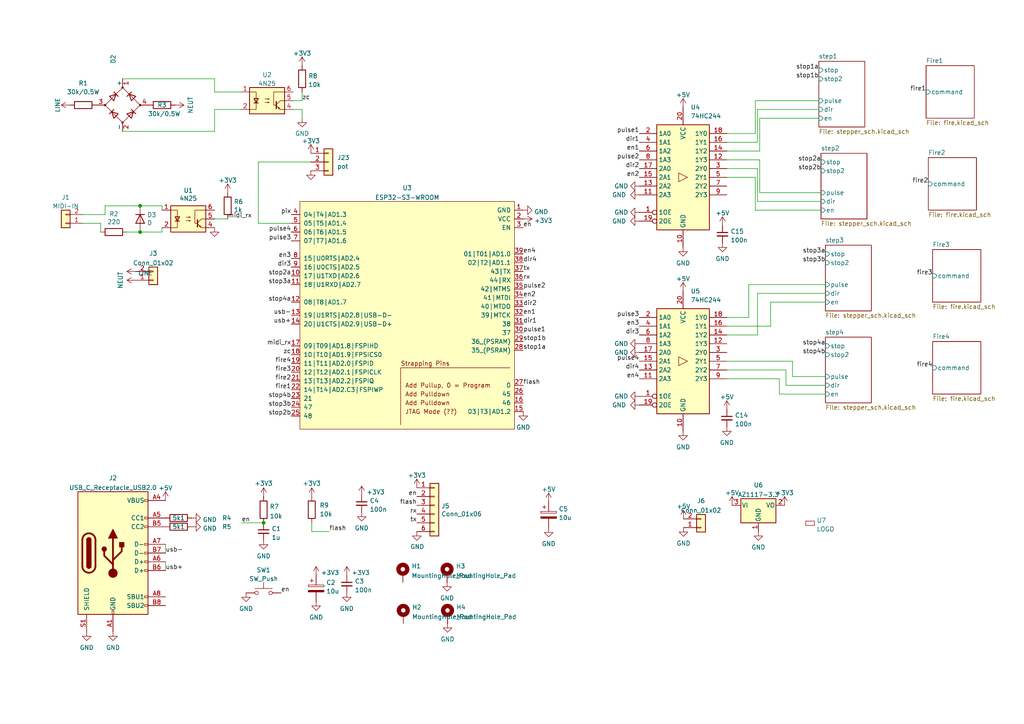
<source format=kicad_sch>
(kicad_sch (version 20230121) (generator eeschema)
  (paper "A4")
  (lib_symbols
    (symbol "0_aaaaa_yeah:R" (pin_numbers hide) (pin_names (offset 0))
      (property "Reference" "R" (at 2.032 0 90))
      (property "Value" "R" (at 0 0 90))
      (symbol "R_1_1"
        (pin passive line (at 0 3.81 270) (length 1.27) (name "~") (number "1"))
        (pin passive line (at 0 -3.81 90) (length 1.27) (name "~") (number "2"))
      )
    )
    (symbol "74xx:74HC244"
      (property "Reference" "U" (at -7.62 16.51 0))
      (property "Value" "74HC244" (at -7.62 -16.51 0))
      (symbol "74HC244_1_0"
        (pin input inverted (at -12.7 -10.16 0) (length 5.08) (name "1OE") (number "1"))
        (pin power_in line (at 0 -20.32 90) (length 5.08) (name "GND") (number "10"))
        (pin input line (at -12.7 -5.08 0) (length 5.08) (name "2A3") (number "11"))
        (pin tri_state line (at 12.7 5.08 180) (length 5.08) (name "1Y3") (number "12"))
        (pin input line (at -12.7 -2.54 0) (length 5.08) (name "2A2") (number "13"))
        (pin tri_state line (at 12.7 7.62 180) (length 5.08) (name "1Y2") (number "14"))
        (pin input line (at -12.7 0 0) (length 5.08) (name "2A1") (number "15"))
        (pin tri_state line (at 12.7 10.16 180) (length 5.08) (name "1Y1") (number "16"))
        (pin input line (at -12.7 2.54 0) (length 5.08) (name "2A0") (number "17"))
        (pin tri_state line (at 12.7 12.7 180) (length 5.08) (name "1Y0") (number "18"))
        (pin input inverted (at -12.7 -12.7 0) (length 5.08) (name "2OE") (number "19"))
        (pin input line (at -12.7 12.7 0) (length 5.08) (name "1A0") (number "2"))
        (pin power_in line (at 0 20.32 270) (length 5.08) (name "VCC") (number "20"))
        (pin tri_state line (at 12.7 2.54 180) (length 5.08) (name "2Y0") (number "3"))
        (pin input line (at -12.7 10.16 0) (length 5.08) (name "1A1") (number "4"))
        (pin tri_state line (at 12.7 0 180) (length 5.08) (name "2Y1") (number "5"))
        (pin input line (at -12.7 7.62 0) (length 5.08) (name "1A2") (number "6"))
        (pin tri_state line (at 12.7 -2.54 180) (length 5.08) (name "2Y2") (number "7"))
        (pin input line (at -12.7 5.08 0) (length 5.08) (name "1A3") (number "8"))
        (pin tri_state line (at 12.7 -5.08 180) (length 5.08) (name "2Y3") (number "9"))
      )
    )
    (symbol "AnymaLib-06:ESP32-S3-WROOM" (pin_names (offset 1.016))
      (property "Reference" "U" (at -29.21 -35.56 0))
      (property "Value" "ESP32-S3-WROOM" (at 0 34.29 0))
      (symbol "ESP32-S3-WROOM_0_0"
        (text "Add Pulldown" (at -1.27 -25.4 0) (effects (font (size 1.27 1.27)) (justify left)))
        (text "Add Pulldown" (at -1.27 -22.86 0) (effects (font (size 1.27 1.27)) (justify left)))
        (text "Add Pullup, 0 = Program" (at -1.27 -20.32 0) (effects (font (size 1.27 1.27)) (justify left)))
        (text "JTAG Mode (??)" (at -1.27 -27.94 0) (effects (font (size 1.27 1.27)) (justify left)))
        (text "Strapping Pins" (at -2.54 -13.97 0) (effects (font (size 1.27 1.27)) (justify left)))
      )
      (symbol "ESP32-S3-WROOM_1_1"
        (pin input line (at 33.02 30.48 180) (length 2.54) (name "GND") (number "1"))
        (pin input line (at -34.29 11.43 0) (length 2.54) (name "17|U1TXD|AD2.6") (number "10"))
        (pin input line (at -34.29 8.89 0) (length 2.54) (name "18|U1RXD|AD2.7") (number "11"))
        (pin input line (at -34.29 3.81 0) (length 2.54) (name "08|T8|AD1.7") (number "12"))
        (pin input line (at -34.29 0 0) (length 2.54) (name "19|U1RTS|AD2.8|USB-D-") (number "13"))
        (pin input line (at -34.29 -2.54 0) (length 2.54) (name "20|U1CTS|AD2.9|USB-D+") (number "14"))
        (pin input line (at 33.02 -27.94 180) (length 2.54) (name "03|T3|AD1.2") (number "15"))
        (pin input line (at 33.02 -25.4 180) (length 2.54) (name "46") (number "16"))
        (pin input line (at -34.29 -8.89 0) (length 2.54) (name "09|T09|AD1.8|FSPIHD") (number "17"))
        (pin input line (at -34.29 -11.43 0) (length 2.54) (name "10|T10|AD1.9|FPSICS0") (number "18"))
        (pin input line (at -34.29 -13.97 0) (length 2.54) (name "11|T11|AD2.0|FSPID") (number "19"))
        (pin input line (at 33.02 27.94 180) (length 2.54) (name "VCC") (number "2"))
        (pin input line (at -34.29 -16.51 0) (length 2.54) (name "12|T12|AD2.1|FSPICLK") (number "20"))
        (pin input line (at -34.29 -19.05 0) (length 2.54) (name "13|T13|AD2.2|FSPIQ") (number "21"))
        (pin input line (at -34.29 -21.59 0) (length 2.54) (name "14|T14|AD2.C3|FSPIWP") (number "22"))
        (pin input line (at -34.29 -24.13 0) (length 2.54) (name "21") (number "23"))
        (pin input line (at -34.29 -26.67 0) (length 2.54) (name "47") (number "24"))
        (pin input line (at -34.29 -29.21 0) (length 2.54) (name "48") (number "25"))
        (pin input line (at 33.02 -22.86 180) (length 2.54) (name "45") (number "26"))
        (pin input line (at 33.02 -20.32 180) (length 2.54) (name "0") (number "27"))
        (pin input line (at 33.02 -10.16 180) (length 2.54) (name "35_(PSRAM)") (number "28"))
        (pin input line (at 33.02 -7.62 180) (length 2.54) (name "36_(PSRAM)") (number "29"))
        (pin input line (at 33.02 25.4 180) (length 2.54) (name "EN") (number "3"))
        (pin input line (at 33.02 -5.08 180) (length 2.54) (name "37") (number "30"))
        (pin input line (at 33.02 -2.54 180) (length 2.54) (name "38") (number "31"))
        (pin input line (at 33.02 0 180) (length 2.54) (name "39|MTCK") (number "32"))
        (pin input line (at 33.02 2.54 180) (length 2.54) (name "40|MTDO") (number "33"))
        (pin input line (at 33.02 5.08 180) (length 2.54) (name "41|MTDI") (number "34"))
        (pin input line (at 33.02 7.62 180) (length 2.54) (name "42|MTMS") (number "35"))
        (pin input line (at 33.02 10.16 180) (length 2.54) (name "44|RX") (number "36"))
        (pin input line (at 33.02 12.7 180) (length 2.54) (name "43|TX") (number "37"))
        (pin input line (at 33.02 15.24 180) (length 2.54) (name "02|T2|AD1.1") (number "38"))
        (pin input line (at 33.02 17.78 180) (length 2.54) (name "01|T01|AD1.0") (number "39"))
        (pin input line (at -34.29 29.21 0) (length 2.54) (name "04|T4|AD1.3") (number "4"))
        (pin input line (at 33.02 30.48 180) (length 2.54) hide (name "GND") (number "40"))
        (pin input line (at 33.02 30.48 180) (length 2.54) hide (name "GND") (number "41"))
        (pin input line (at -34.29 26.67 0) (length 2.54) (name "05|T5|AD1.4") (number "5"))
        (pin input line (at -34.29 24.13 0) (length 2.54) (name "06|T6|AD1.5") (number "6"))
        (pin input line (at -34.29 21.59 0) (length 2.54) (name "07|T7|AD1.6") (number "7"))
        (pin input line (at -34.29 16.51 0) (length 2.54) (name "15|U0RTS|AD2.4") (number "8"))
        (pin input line (at -34.29 13.97 0) (length 2.54) (name "16|U0CTS|AD2.5") (number "9"))
      )
    )
    (symbol "Anyma_Library:LOGO" (pin_names (offset 1.016))
      (property "Reference" "U" (at 0 3.81 0))
      (property "Value" "LOGO" (at 0 0 0))
    )
    (symbol "Connector:USB_C_Receptacle_USB2.0" (pin_names (offset 1.016))
      (property "Reference" "J" (at -10.16 19.05 0))
      (property "Value" "USB_C_Receptacle_USB2.0" (at 19.05 19.05 0))
      (symbol "USB_C_Receptacle_USB2.0_1_1"
        (pin passive line (at 0 -22.86 90) (length 5.08) (name "GND") (number "A1"))
        (pin passive line (at 0 -22.86 90) (length 5.08) hide (name "GND") (number "A12"))
        (pin passive line (at 15.24 15.24 180) (length 5.08) (name "VBUS") (number "A4"))
        (pin bidirectional line (at 15.24 10.16 180) (length 5.08) (name "CC1") (number "A5"))
        (pin bidirectional line (at 15.24 -2.54 180) (length 5.08) (name "D+") (number "A6"))
        (pin bidirectional line (at 15.24 2.54 180) (length 5.08) (name "D-") (number "A7"))
        (pin bidirectional line (at 15.24 -12.7 180) (length 5.08) (name "SBU1") (number "A8"))
        (pin passive line (at 15.24 15.24 180) (length 5.08) hide (name "VBUS") (number "A9"))
        (pin passive line (at 0 -22.86 90) (length 5.08) hide (name "GND") (number "B1"))
        (pin passive line (at 0 -22.86 90) (length 5.08) hide (name "GND") (number "B12"))
        (pin passive line (at 15.24 15.24 180) (length 5.08) hide (name "VBUS") (number "B4"))
        (pin bidirectional line (at 15.24 7.62 180) (length 5.08) (name "CC2") (number "B5"))
        (pin bidirectional line (at 15.24 -5.08 180) (length 5.08) (name "D+") (number "B6"))
        (pin bidirectional line (at 15.24 0 180) (length 5.08) (name "D-") (number "B7"))
        (pin bidirectional line (at 15.24 -15.24 180) (length 5.08) (name "SBU2") (number "B8"))
        (pin passive line (at 15.24 15.24 180) (length 5.08) hide (name "VBUS") (number "B9"))
        (pin passive line (at -7.62 -22.86 90) (length 5.08) (name "SHIELD") (number "S1"))
      )
    )
    (symbol "Connector_Generic:Conn_01x02" (pin_names (offset 1.016) hide)
      (property "Reference" "J" (at 0 2.54 0))
      (property "Value" "Conn_01x02" (at 0 -5.08 0))
      (symbol "Conn_01x02_1_1"
        (pin passive line (at -5.08 0 0) (length 3.81) (name "Pin_1") (number "1"))
        (pin passive line (at -5.08 -2.54 0) (length 3.81) (name "Pin_2") (number "2"))
      )
    )
    (symbol "Connector_Generic:Conn_01x03" (pin_names (offset 1.016) hide)
      (property "Reference" "J" (at 0 5.08 0))
      (property "Value" "Conn_01x03" (at 0 -5.08 0))
      (symbol "Conn_01x03_1_1"
        (pin passive line (at -5.08 2.54 0) (length 3.81) (name "Pin_1") (number "1"))
        (pin passive line (at -5.08 0 0) (length 3.81) (name "Pin_2") (number "2"))
        (pin passive line (at -5.08 -2.54 0) (length 3.81) (name "Pin_3") (number "3"))
      )
    )
    (symbol "Connector_Generic:Conn_01x06" (pin_names (offset 1.016) hide)
      (property "Reference" "J" (at 0 7.62 0))
      (property "Value" "Conn_01x06" (at 0 -10.16 0))
      (symbol "Conn_01x06_1_1"
        (pin passive line (at -5.08 5.08 0) (length 3.81) (name "Pin_1") (number "1"))
        (pin passive line (at -5.08 2.54 0) (length 3.81) (name "Pin_2") (number "2"))
        (pin passive line (at -5.08 0 0) (length 3.81) (name "Pin_3") (number "3"))
        (pin passive line (at -5.08 -2.54 0) (length 3.81) (name "Pin_4") (number "4"))
        (pin passive line (at -5.08 -5.08 0) (length 3.81) (name "Pin_5") (number "5"))
        (pin passive line (at -5.08 -7.62 0) (length 3.81) (name "Pin_6") (number "6"))
      )
    )
    (symbol "Device:D" (pin_numbers hide) (pin_names (offset 1.016) hide)
      (property "Reference" "D" (at 0 2.54 0))
      (property "Value" "D" (at 0 -2.54 0))
      (symbol "D_1_1"
        (pin passive line (at -3.81 0 0) (length 2.54) (name "K") (number "1"))
        (pin passive line (at 3.81 0 180) (length 2.54) (name "A") (number "2"))
      )
    )
    (symbol "Device:D_Bridge_+-AA" (pin_names (offset 0))
      (property "Reference" "D" (at 2.54 6.985 0))
      (property "Value" "D_Bridge_+-AA" (at 2.54 5.08 0))
      (symbol "D_Bridge_+-AA_1_1"
        (pin passive line (at 7.62 0 180) (length 2.54) (name "+") (number "1"))
        (pin passive line (at -7.62 0 0) (length 2.54) (name "-") (number "2"))
        (pin passive line (at 0 7.62 270) (length 2.54) (name "~") (number "3"))
        (pin passive line (at 0 -7.62 90) (length 2.54) (name "~") (number "4"))
      )
    )
    (symbol "Device:R" (pin_numbers hide) (pin_names (offset 0))
      (property "Reference" "R" (at 2.032 0 90))
      (property "Value" "R" (at 0 0 90))
      (symbol "R_1_1"
        (pin passive line (at 0 3.81 270) (length 1.27) (name "~") (number "1"))
        (pin passive line (at 0 -3.81 90) (length 1.27) (name "~") (number "2"))
      )
    )
    (symbol "Isolator:4N25" (pin_names (offset 1.016))
      (property "Reference" "U" (at -5.08 5.08 0))
      (property "Value" "4N25" (at 0 5.08 0))
      (symbol "4N25_1_1"
        (pin passive line (at -7.62 2.54 0) (length 2.54) (name "~") (number "1"))
        (pin passive line (at -7.62 -2.54 0) (length 2.54) (name "~") (number "2"))
        (pin no_connect line (at -5.08 0 0) (length 2.54) hide (name "NC") (number "3"))
        (pin passive line (at 7.62 -2.54 180) (length 2.54) (name "~") (number "4"))
        (pin passive line (at 7.62 0 180) (length 2.54) (name "~") (number "5"))
        (pin passive line (at 7.62 2.54 180) (length 2.54) (name "~") (number "6"))
      )
    )
    (symbol "Mechanical:MountingHole_Pad" (pin_numbers hide) (pin_names (offset 1.016) hide)
      (property "Reference" "H" (at 0 6.35 0))
      (property "Value" "MountingHole_Pad" (at 0 4.445 0))
      (symbol "MountingHole_Pad_1_1"
        (pin input line (at 0 -2.54 90) (length 2.54) (name "1") (number "1"))
      )
    )
    (symbol "Regulator_Linear:AZ1117-3.3" (pin_names (offset 0.254))
      (property "Reference" "U" (at -3.81 3.175 0))
      (property "Value" "AZ1117-3.3" (at 0 3.175 0))
      (symbol "AZ1117-3.3_1_1"
        (pin power_in line (at 0 -7.62 90) (length 2.54) (name "GND") (number "1"))
        (pin power_out line (at 7.62 0 180) (length 2.54) (name "VO") (number "2"))
        (pin power_in line (at -7.62 0 0) (length 2.54) (name "VI") (number "3"))
      )
    )
    (symbol "nime2020-library:+3V3" (power) (pin_names (offset 0))
      (property "Value" "+3V3" (at 0 3.556 0))
      (symbol "+3V3_1_1"
        (pin power_in line (at 0 0 90) (length 0) hide (name "+3V3") (number "1"))
      )
    )
    (symbol "nime2020-library:CP" (pin_numbers hide) (pin_names (offset 0.254))
      (property "Reference" "C" (at 0.635 2.54 0))
      (property "Value" "CP" (at 0.635 -2.54 0))
      (symbol "CP_1_1"
        (pin passive line (at 0 3.81 270) (length 2.794) (name "~") (number "1"))
        (pin passive line (at 0 -3.81 90) (length 2.794) (name "~") (number "2"))
      )
    )
    (symbol "nime2020-library:SW_Push" (pin_numbers hide) (pin_names (offset 1.016) hide)
      (property "Reference" "SW" (at 1.27 2.54 0))
      (property "Value" "SW_Push" (at 0 -1.524 0))
      (symbol "SW_Push_0_1"
        (pin passive line (at -5.08 0 0) (length 2.54) (name "1") (number "1"))
        (pin passive line (at 5.08 0 180) (length 2.54) (name "2") (number "2"))
      )
    )
    (symbol "power:+3V3" (power) (pin_names (offset 0))
      (property "Value" "+3V3" (at 0 3.556 0))
      (symbol "+3V3_1_1"
        (pin power_in line (at 0 0 90) (length 0) hide (name "+3V3") (number "1"))
      )
    )
    (symbol "power:+5V" (power) (pin_names (offset 0))
      (property "Value" "+5V" (at 0 3.556 0))
      (symbol "+5V_1_1"
        (pin power_in line (at 0 0 90) (length 0) hide (name "+5V") (number "1"))
      )
    )
    (symbol "power:GND" (power) (pin_names (offset 0))
      (property "Value" "GND" (at 0 -3.81 0))
      (symbol "GND_1_1"
        (pin power_in line (at 0 0 270) (length 0) hide (name "GND") (number "1"))
      )
    )
    (symbol "power:LINE" (power) (pin_names (offset 0))
      (property "Value" "LINE" (at 0 3.81 0))
      (symbol "LINE_1_1"
        (pin power_in line (at 0 0 90) (length 0) hide (name "LINE") (number "1"))
      )
    )
    (symbol "power:NEUT" (power) (pin_names (offset 0))
      (property "Value" "NEUT" (at 0 3.81 0))
      (symbol "NEUT_1_1"
        (pin power_in line (at 0 0 90) (length 0) hide (name "NEUT") (number "1"))
      )
    )
    (symbol "synkie_symbols:C_Small" (pin_numbers hide) (pin_names (offset 0.254) hide)
      (property "Reference" "C" (at 0.254 1.778 0))
      (property "Value" "C_Small" (at 0.254 -2.032 0))
      (symbol "C_Small_1_1"
        (pin passive line (at 0 2.54 270) (length 2.032) (name "~") (number "1"))
        (pin passive line (at 0 -2.54 90) (length 2.032) (name "~") (number "2"))
      )
    )
    (symbol "synkie_symbols:SK6812MINI" (pin_names (offset 0.254))
      (property "Reference" "D" (at 5.08 5.715 0))
      (property "Value" "SK6812MINI" (at 1.27 -5.715 0))
      (symbol "SK6812MINI_0_0"
        (text "RGB" (at 2.286 -4.191 0) (effects (font (size 0.762 0.762))))
      )
      (symbol "SK6812MINI_1_1"
        (pin output line (at 7.62 0 180) (length 2.54) (name "DOUT") (number "1"))
        (pin power_in line (at 0 -7.62 90) (length 2.54) (name "VSS") (number "2"))
        (pin input line (at -7.62 0 0) (length 2.54) (name "DIN") (number "3"))
        (pin power_in line (at 0 7.62 270) (length 2.54) (name "VDD") (number "4"))
      )
    )
  )
  (junction (at 76.454 151.638))
  (junction (at 40.64 67.31))
  (junction (at 40.64 59.69))
  (wire (pts (xy 85.09 29.21) (xy 87.63 29.21)))
  (wire (pts (xy 210.82 94.615) (xy 223.52 94.615)))
  (wire (pts (xy 24.13 62.23) (xy 30.48 62.23)))
  (wire (pts (xy 219.71 97.155) (xy 210.82 97.155)))
  (wire (pts (xy 87.63 31.75) (xy 87.63 34.29)))
  (wire (pts (xy 220.345 46.355) (xy 210.82 46.355)))
  (wire (pts (xy 219.075 51.435) (xy 219.075 60.96)))
  (wire (pts (xy 210.82 43.815) (xy 220.345 43.815)))
  (wire (pts (xy 40.64 59.69) (xy 46.99 59.69)))
  (wire (pts (xy 223.52 87.63) (xy 239.395 87.63)))
  (wire (pts (xy 40.64 67.31) (xy 46.99 67.31)))
  (wire (pts (xy 210.82 51.435) (xy 219.075 51.435)))
  (wire (pts (xy 62.23 26.67) (xy 69.85 26.67)))
  (wire (pts (xy 74.93 64.77) (xy 84.455 64.77)))
  (wire (pts (xy 90.424 154.178) (xy 90.424 151.638)))
  (wire (pts (xy 220.345 43.815) (xy 220.345 34.29)))
  (wire (pts (xy 219.075 38.735) (xy 210.82 38.735)))
  (wire (pts (xy 35.56 22.86) (xy 62.23 22.86)))
  (wire (pts (xy 46.99 67.31) (xy 46.99 66.04)))
  (wire (pts (xy 210.82 48.895) (xy 219.71 48.895)))
  (wire (pts (xy 24.13 64.77) (xy 29.21 64.77)))
  (wire (pts (xy 29.21 64.77) (xy 29.21 67.31)))
  (wire (pts (xy 219.71 85.09) (xy 219.71 97.155)))
  (wire (pts (xy 229.87 104.775) (xy 229.87 109.22)))
  (wire (pts (xy 219.71 58.42) (xy 238.125 58.42)))
  (wire (pts (xy 237.49 29.21) (xy 219.075 29.21)))
  (wire (pts (xy 219.71 31.75) (xy 237.49 31.75)))
  (wire (pts (xy 30.48 59.69) (xy 40.64 59.69)))
  (wire (pts (xy 35.56 38.1) (xy 62.23 38.1)))
  (wire (pts (xy 46.99 59.69) (xy 46.99 60.96)))
  (wire (pts (xy 85.09 31.75) (xy 87.63 31.75)))
  (wire (pts (xy 219.075 29.21) (xy 219.075 38.735)))
  (wire (pts (xy -375.92 139.7) (xy -375.92 -246.38)))
  (wire (pts (xy 74.93 46.99) (xy 74.93 64.77)))
  (wire (pts (xy 229.87 109.22) (xy 239.395 109.22)))
  (wire (pts (xy 210.82 41.275) (xy 219.71 41.275)))
  (wire (pts (xy 220.345 55.88) (xy 220.345 46.355)))
  (wire (pts (xy 210.82 104.775) (xy 229.87 104.775)))
  (wire (pts (xy 217.17 92.075) (xy 217.17 82.55)))
  (wire (pts (xy 30.48 62.23) (xy 30.48 59.69)))
  (wire (pts (xy 210.82 109.855) (xy 226.06 109.855)))
  (wire (pts (xy 210.82 107.315) (xy 227.965 107.315)))
  (wire (pts (xy 226.06 109.855) (xy 226.06 114.3)))
  (wire (pts (xy 90.17 46.99) (xy 74.93 46.99)))
  (wire (pts (xy 226.06 114.3) (xy 239.395 114.3)))
  (wire (pts (xy 227.965 111.76) (xy 239.395 111.76)))
  (wire (pts (xy 79.375 -20.32) (xy 88.9 -20.32)))
  (wire (pts (xy 87.63 29.21) (xy 87.63 26.67)))
  (wire (pts (xy 48.006 162.941) (xy 48.006 165.481)))
  (wire (pts (xy 62.23 63.5) (xy 66.04 63.5)))
  (wire (pts (xy 62.23 26.67) (xy 62.23 22.86)))
  (wire (pts (xy 238.125 55.88) (xy 220.345 55.88)))
  (wire (pts (xy 62.23 38.1) (xy 62.23 31.75)))
  (wire (pts (xy 227.965 107.315) (xy 227.965 111.76)))
  (wire (pts (xy 48.006 157.861) (xy 48.006 160.401)))
  (wire (pts (xy 62.23 31.75) (xy 69.85 31.75)))
  (wire (pts (xy 36.83 67.31) (xy 40.64 67.31)))
  (wire (pts (xy 220.345 34.29) (xy 237.49 34.29)))
  (wire (pts (xy 219.075 60.96) (xy 238.125 60.96)))
  (wire (pts (xy 219.71 41.275) (xy 219.71 31.75)))
  (wire (pts (xy 95.504 154.178) (xy 90.424 154.178)))
  (wire (pts (xy 70.104 151.638) (xy 76.454 151.638)))
  (wire (pts (xy 217.17 82.55) (xy 239.395 82.55)))
  (wire (pts (xy -375.92 -246.38) (xy -337.82 -246.38)))
  (wire (pts (xy 219.71 48.895) (xy 219.71 58.42)))
  (wire (pts (xy 223.52 94.615) (xy 223.52 87.63)))
  (wire (pts (xy 219.71 85.09) (xy 239.395 85.09)))
  (wire (pts (xy 210.82 92.075) (xy 217.17 92.075)))
  (label "stop1a" (at 237.49 20.32 180))
  (label "flash" (at 120.904 146.558 180))
  (label "en" (at 70.104 151.638 0))
  (label "rx" (at 151.765 81.28 0))
  (label "pix" (at 84.455 62.23 180))
  (label "en2" (at 151.765 86.36 0))
  (label "fire4" (at 270.51 106.68 180))
  (label "flash" (at 95.504 154.178 0))
  (label "en1" (at 185.42 43.815 180))
  (label "usb-" (at 48.006 160.401 0))
  (label "dir4" (at 185.42 107.315 180))
  (label "dir4" (at 151.765 76.2 0))
  (label "stop4a" (at 84.455 87.63 180))
  (label "stop4b" (at 239.395 102.87 180))
  (label "dir3" (at 185.42 97.155 180))
  (label "stop2b" (at 84.455 120.65 180))
  (label "dir2" (at 151.765 88.9 0))
  (label "fire2" (at 84.455 110.49 180))
  (label "dir1" (at 151.765 93.98 0))
  (label "zc" (at 87.63 29.21 0))
  (label "pulse2" (at 185.42 46.355 180))
  (label "en3" (at 185.42 94.615 180))
  (label "en1" (at 151.765 91.44 0))
  (label "flash" (at 151.765 111.76 0))
  (label "stop2a" (at 84.455 80.01 180))
  (label "stop1b" (at 151.765 99.06 0))
  (label "stop3b" (at 84.455 118.11 180))
  (label "en" (at 151.765 66.04 0))
  (label "en2" (at 185.42 51.435 180))
  (label "stop4a" (at 239.395 100.33 180))
  (label "stop3a" (at 84.455 82.55 180))
  (label "pulse1" (at 185.42 38.735 180))
  (label "fire1" (at 268.605 26.67 180))
  (label "stop3b" (at 239.395 76.2 180))
  (label "en" (at 81.534 171.958 0))
  (label "tx" (at 151.765 78.74 0))
  (label "usb+" (at 84.455 93.98 180))
  (label "stop3a" (at 239.395 73.66 180))
  (label "fire3" (at 270.51 80.01 180))
  (label "fire2" (at 269.24 53.34 180))
  (label "usb-" (at 84.455 91.44 180))
  (label "tx" (at 120.904 151.638 180))
  (label "pix" (at 18.415 -20.32 180))
  (label "usb+" (at 48.006 165.481 0))
  (label "en4" (at 151.765 73.66 0))
  (label "en" (at 120.904 144.018 180))
  (label "stop1b" (at 237.49 22.86 180))
  (label "dir2" (at 185.42 48.895 180))
  (label "pulse1" (at 151.765 96.52 0))
  (label "pulse3" (at 84.455 69.85 180))
  (label "fire1" (at 84.455 113.03 180))
  (label "stop1a" (at 151.765 101.6 0))
  (label "stop4b" (at 84.455 115.57 180))
  (label "fire4" (at 84.455 105.41 180))
  (label "stop2a" (at 238.125 46.99 180))
  (label "zc" (at 84.455 102.87 180))
  (label "pulse3" (at 185.42 92.075 180))
  (label "en3" (at 84.455 74.93 180))
  (label "dir3" (at 84.455 77.47 180))
  (label "pulse4" (at 84.455 67.31 180))
  (label "pulse2" (at 151.765 83.82 0))
  (label "dir1" (at 185.42 41.275 180))
  (label "midi_rx" (at 66.04 63.5 0))
  (label "pulse4" (at 185.42 104.775 180))
  (label "rx" (at 120.904 149.098 180))
  (label "stop2b" (at 238.125 49.53 180))
  (label "fire3" (at 84.455 107.95 180))
  (label "en4" (at 185.42 109.855 180))
  (label "midi_rx" (at 84.455 100.33 180))
  (symbol (lib_id "Device:D") (at 40.64 63.5 270) (unit 1)
    (property "Reference" "D3" (at 42.6466 62.3316 90) (effects (justify left)))
    (property "Value" "D" (at 42.6466 64.643 90) (effects (justify left)))
    (property "Footprint" "Diode_SMD:D_MiniMELF" (effects hide))
  )
  (symbol (lib_id "Device:R") (at 33.02 67.31 270) (unit 1)
    (property "Reference" "R2" (at 33.02 62.0522 90))
    (property "Value" "220" (at 33.02 64.3636 90))
    (property "Footprint" "synkie_footprints:R_0805_2012Metric_Pad1.15x1.40mm_HandSolder" (effects hide))
  )
  (symbol (lib_id "Isolator:4N25") (at 54.61 63.5 0) (unit 1)
    (property "Reference" "U1" (at 54.61 55.245 0))
    (property "Value" "4N25" (at 54.61 57.5564 0))
    (property "Footprint" "Package_DIP:DIP-6_W8.89mm_SMDSocket_LongPads" (effects hide))
    (property "Datasheet" "https://www.vishay.com/docs/83725/4n25.pdf" (effects hide))
  )
  (symbol (lib_id "Device:R") (at 66.04 59.69 180) (unit 1)
    (property "Reference" "R6" (at 67.818 58.5216 0) (effects (justify right)))
    (property "Value" "1k" (at 67.818 60.833 0) (effects (justify right)))
    (property "Footprint" "synkie_footprints:R_0805_2012Metric_Pad1.15x1.40mm_HandSolder" (effects hide))
  )
  (symbol (lib_id "power:GND") (at 62.23 66.04 0) (unit 1)
    (property "Reference" "#PWR016" (effects hide))
    (property "Value" "GND" (effects hide))
  )
  (symbol (lib_id "power:GND") (at 71.755 -12.7 0) (unit 1)
    (property "Reference" "#PWR020" (effects hide))
    (property "Value" "GND" (at 73.66 -10.951 0) (effects (justify left)))
  )
  (symbol (lib_id "power:+3V3") (at 104.902 143.51 0) (unit 1)
    (property "Reference" "#PWR032" (effects hide))
    (property "Value" "+3V3" (at 106.299 142.719 0) (effects (justify left)))
  )
  (symbol (lib_id "power:GND") (at 185.42 61.595 270) (unit 1)
    (property "Reference" "#PWR045" (effects hide))
    (property "Value" "GND" (at 182.245 61.595 90) (effects (justify right)))
  )
  (symbol (lib_id "power:+3V3") (at 227.584 146.558 0) (unit 1)
    (property "Reference" "#PWR059" (effects hide))
    (property "Value" "+3V3" (at 227.584 142.9535 0))
  )
  (symbol (lib_id "power:+5V") (at 198.247 150.495 0) (unit 1)
    (property "Reference" "#PWR055" (effects hide))
    (property "Value" "+5V" (at 198.247 146.8905 0))
  )
  (symbol (lib_id "power:LINE") (at 39.37 78.74 90) (unit 1)
    (property "Reference" "#PWR06" (effects hide))
    (property "Value" "LINE" (at 40.005 79.1738 90) (effects (justify right)))
  )
  (symbol (lib_id "power:GND") (at 25.146 183.261 0) (unit 1)
    (property "Reference" "#PWR02" (effects hide))
    (property "Value" "GND" (at 25.146 187.8235 0))
  )
  (symbol (lib_id "power:+5V") (at 48.006 145.161 0) (unit 1)
    (property "Reference" "#PWR010" (effects hide))
    (property "Value" "+5V" (at 48.006 141.5565 0))
  )
  (symbol (lib_id "power:GND") (at 219.964 154.178 0) (unit 1)
    (property "Reference" "#PWR058" (effects hide))
    (property "Value" "GND" (at 219.964 158.7405 0))
  )
  (symbol (lib_id "power:GND") (at 55.626 150.241 90) (unit 1)
    (property "Reference" "#PWR012" (effects hide))
    (property "Value" "GND" (at 58.801 150.72 90) (effects (justify right)))
  )
  (symbol (lib_id "power:+3V3") (at 91.694 166.878 0) (unit 1)
    (property "Reference" "#PWR028" (effects hide))
    (property "Value" "+3V3" (at 93.091 166.087 0) (effects (justify left)))
  )
  (symbol (lib_id "Connector_Generic:Conn_01x03") (at 95.25 46.99 0) (unit 1)
    (property "Reference" "J23" (at 97.79 45.72 0) (effects (justify left)))
    (property "Value" "pot" (at 97.79 48.26 0) (effects (justify left)))
    (property "Footprint" "Connector_PinHeader_2.54mm:PinHeader_1x03_P2.54mm_Vertical" (effects hide))
  )
  (symbol (lib_id "power:GND") (at 90.17 49.53 0) (unit 1)
    (property "Reference" "#PWR0121" (effects hide))
    (property "Value" "GND" (effects hide))
  )
  (symbol (lib_id "power:GND") (at 56.515 -12.7 0) (unit 1)
    (property "Reference" "#PWR015" (effects hide))
    (property "Value" "GND" (at 58.42 -10.951 0) (effects (justify left)))
  )
  (symbol (lib_id "power:+3V3") (at 151.765 63.5 270) (unit 1)
    (property "Reference" "#PWR039" (effects hide))
    (property "Value" "+3V3" (at 154.94 63.979 90) (effects (justify left)))
  )
  (symbol (lib_id "synkie_symbols:C_Small") (at 100.584 169.418 0) (unit 1)
    (property "Reference" "C3" (at 102.9081 168.5896 0) (effects (justify left)))
    (property "Value" "100n" (at 102.9081 171.1265 0) (effects (justify left)))
    (property "Footprint" "synkie_footprints:C_0603_1608Metric_Pad1.05x0.95mm_HandSolder" (effects hide))
  )
  (symbol (lib_id "power:+5V") (at 212.344 146.558 0) (unit 1)
    (property "Reference" "#PWR057" (effects hide))
    (property "Value" "+5V" (at 212.344 142.9535 0))
  )
  (symbol (lib_id "power:GND") (at 151.765 60.96 90) (unit 1)
    (property "Reference" "#PWR038" (effects hide))
    (property "Value" "GND" (at 154.94 61.439 90) (effects (justify right)))
  )
  (symbol (lib_id "nime2020-library:CP") (at 91.694 170.688 0) (unit 1)
    (property "Reference" "C2" (at 94.615 168.9643 0) (effects (justify left)))
    (property "Value" "10u" (at 94.615 171.5012 0) (effects (justify left)))
    (property "Footprint" "synkie_footprints:C_1206_3216Metric_Pad1.42x1.75mm_HandSolder" (effects hide))
  )
  (symbol (lib_id "power:+3V3") (at 76.454 144.018 0) (unit 1)
    (property "Reference" "#PWR021" (effects hide))
    (property "Value" "+3V3" (at 76.454 140.208 0))
  )
  (symbol (lib_id "power:GND") (at 71.374 171.958 0) (unit 1)
    (property "Reference" "#PWR018" (effects hide))
    (property "Value" "GND" (at 71.374 176.5205 0))
  )
  (symbol (lib_id "Connector_Generic:Conn_01x02") (at 44.45 81.28 0) (mirror x) (unit 1)
    (property "Reference" "J3" (at 44.45 73.5035 0))
    (property "Value" "Conn_01x02" (at 44.45 76.2786 0))
    (property "Footprint" "synkie_footprints:Molex_Mini-Fit_Jr_5566-02A_2x01_P4.20mm_Vertical" (effects hide))
  )
  (symbol (lib_id "power:+3V3") (at 56.515 -27.94 0) (unit 1)
    (property "Reference" "#PWR014" (effects hide))
    (property "Value" "+3V3" (at 56.515 -31.75 0))
  )
  (symbol (lib_id "Mechanical:MountingHole_Pad") (at 129.794 178.308 0) (unit 1)
    (property "Reference" "H4" (at 132.334 176.1295 0) (effects (justify left)))
    (property "Value" "MountingHole_Pad" (at 132.334 178.9046 0) (effects (justify left)))
    (property "Footprint" "MountingHole:MountingHole_2.5mm_Pad" (effects hide))
  )
  (symbol (lib_id "74xx:74HC244") (at 198.12 104.775 0) (unit 1)
    (property "Reference" "U5" (at 200.3141 84.455 0) (effects (justify left)))
    (property "Value" "74HC244" (at 200.3141 86.995 0) (effects (justify left)))
    (property "Footprint" "Package_SO:SO-20_12.8x7.5mm_P1.27mm" (effects hide))
    (property "Datasheet" "https://assets.nexperia.com/documents/data-sheet/74HC_HCT244.pdf" (effects hide))
  )
  (symbol (lib_id "0_aaaaa_yeah:R") (at 87.63 22.86 0) (unit 1)
    (property "Reference" "R8" (at 89.408 22.0253 0) (effects (justify left)))
    (property "Value" "10k" (at 89.408 24.5622 0) (effects (justify left)))
    (property "Footprint" "Resistor_SMD:R_0805_2012Metric" (effects hide))
  )
  (symbol (lib_id "synkie_symbols:SK6812MINI") (at 71.755 -20.32 0) (unit 1)
    (property "Reference" "D6" (at 67.945 -26.67 0))
    (property "Value" "SK6812MINI" (at 71.755 -9.525 0))
    (property "Footprint" "LED_SMD:LED_SK6812MINI_PLCC4_3.5x3.5mm_P1.75mm" (effects hide))
    (property "Datasheet" "https://cdn-shop.adafruit.com/product-files/2686/SK6812MINI_REV.01-1-2.pdf" (effects hide))
  )
  (symbol (lib_id "Mechanical:MountingHole_Pad") (at 116.84 166.37 0) (unit 1)
    (property "Reference" "H1" (at 119.38 164.1915 0) (effects (justify left)))
    (property "Value" "MountingHole_Pad" (at 119.38 166.9666 0) (effects (justify left)))
    (property "Footprint" "MountingHole:MountingHole_2.5mm_Pad" (effects hide))
  )
  (symbol (lib_id "synkie_symbols:C_Small") (at 104.902 146.05 0) (unit 1)
    (property "Reference" "C4" (at 107.2261 145.2216 0) (effects (justify left)))
    (property "Value" "100n" (at 107.2261 147.7585 0) (effects (justify left)))
    (property "Footprint" "synkie_footprints:C_0603_1608Metric_Pad1.05x0.95mm_HandSolder" (effects hide))
  )
  (symbol (lib_id "power:+5V") (at 159.131 145.542 0) (unit 1)
    (property "Reference" "#PWR041" (effects hide))
    (property "Value" "+5V" (at 159.131 141.9375 0))
  )
  (symbol (lib_id "power:GND") (at 104.902 148.59 0) (unit 1)
    (property "Reference" "#PWR033" (effects hide))
    (property "Value" "GND" (at 104.902 153.1525 0))
  )
  (symbol (lib_id "power:GND") (at 185.42 64.135 270) (unit 1)
    (property "Reference" "#PWR046" (effects hide))
    (property "Value" "GND" (at 181.61 64.135 90) (effects (justify right)))
  )
  (symbol (lib_id "power:+3V3") (at 41.275 -27.94 0) (unit 1)
    (property "Reference" "#PWR08" (effects hide))
    (property "Value" "+3V3" (at 41.275 -31.75 0))
  )
  (symbol (lib_id "power:GND") (at 41.275 -12.7 0) (unit 1)
    (property "Reference" "#PWR09" (effects hide))
    (property "Value" "GND" (at 43.18 -10.951 0) (effects (justify left)))
  )
  (symbol (lib_id "synkie_symbols:SK6812MINI") (at 26.035 -20.32 0) (unit 1)
    (property "Reference" "D1" (at 22.225 -26.67 0))
    (property "Value" "SK6812MINI" (at 26.035 -9.525 0))
    (property "Footprint" "LED_SMD:LED_SK6812MINI_PLCC4_3.5x3.5mm_P1.75mm" (effects hide))
    (property "Datasheet" "https://cdn-shop.adafruit.com/product-files/2686/SK6812MINI_REV.01-1-2.pdf" (effects hide))
  )
  (symbol (lib_id "Connector_Generic:Conn_01x02") (at 203.327 153.035 0) (mirror x) (unit 1)
    (property "Reference" "J6" (at 203.327 145.2585 0))
    (property "Value" "Conn_01x02" (at 203.327 148.0336 0))
    (property "Footprint" "synkie_footprints:Molex_Mini-Fit_Jr_5566-02A_2x01_P4.20mm_Vertical" (effects hide))
  )
  (symbol (lib_id "power:+3V3") (at 120.904 141.478 0) (unit 1)
    (property "Reference" "#PWR034" (effects hide))
    (property "Value" "+3V3" (at 120.904 137.8735 0))
  )
  (symbol (lib_id "Connector_Generic:Conn_01x03") (at 93.98 -20.32 0) (unit 1)
    (property "Reference" "J4" (at 96.012 -21.2285 0) (effects (justify left)))
    (property "Value" "pixels" (at 96.012 -18.4534 0) (effects (justify left)))
    (property "Footprint" "anyma_footprints:ComboPinhead_03" (effects hide))
  )
  (symbol (lib_id "0_aaaaa_yeah:R") (at 24.13 30.48 90) (unit 1)
    (property "Reference" "R1" (at 24.13 24.13 90))
    (property "Value" "30k/0.5W" (at 24.13 26.67 90))
    (property "Footprint" "Resistor_SMD:R_0805_2012Metric" (effects hide))
  )
  (symbol (lib_id "0_aaaaa_yeah:R") (at 51.816 152.781 90) (unit 1)
    (property "Reference" "R5" (at 65.786 152.781 90))
    (property "Value" "5k1" (at 51.816 152.781 90))
    (property "Footprint" "synkie_footprints:R_0805_2012Metric_Pad1.15x1.40mm_HandSolder" (effects hide))
  )
  (symbol (lib_id "power:GND") (at 198.12 71.755 0) (unit 1)
    (property "Reference" "#PWR052" (effects hide))
    (property "Value" "GND" (at 198.12 76.3175 0))
  )
  (symbol (lib_id "Isolator:4N25") (at 77.47 29.21 0) (unit 1)
    (property "Reference" "U2" (at 77.47 21.7002 0))
    (property "Value" "4N25" (at 77.47 24.2371 0))
    (property "Footprint" "Package_DIP:DIP-6_W8.89mm_SMDSocket_LongPads" (effects hide))
    (property "Datasheet" "https://www.vishay.com/docs/83725/4n25.pdf" (effects hide))
  )
  (symbol (lib_id "power:GND") (at 76.454 156.718 0) (unit 1)
    (property "Reference" "#PWR022" (effects hide))
    (property "Value" "GND" (at 76.454 161.2805 0))
  )
  (symbol (lib_id "Connector:USB_C_Receptacle_USB2.0") (at 32.766 160.401 0) (unit 1)
    (property "Reference" "J2" (at 32.766 138.6545 0))
    (property "Value" "USB_C_Receptacle_USB2.0" (at 32.766 141.4296 0))
    (property "Footprint" "synkie_footprints:JAE_USB-C_SJ122205" (effects hide))
    (property "Datasheet" "https://www.usb.org/sites/default/files/documents/usb_type-c.zip" (effects hide))
  )
  (symbol (lib_id "power:+5V") (at 198.12 31.115 0) (unit 1)
    (property "Reference" "#PWR051" (effects hide))
    (property "Value" "+5V" (at 198.12 27.5105 0))
  )
  (symbol (lib_id "power:GND") (at 185.42 56.515 270) (unit 1)
    (property "Reference" "#PWR044" (effects hide))
    (property "Value" "GND" (at 181.61 56.515 90) (effects (justify right)))
  )
  (symbol (lib_id "power:GND") (at 88.9 -17.78 0) (unit 1)
    (property "Reference" "#PWR026" (effects hide))
    (property "Value" "GND" (at 90.805 -16.031 0) (effects (justify left)))
  )
  (symbol (lib_id "74xx:74HC244") (at 198.12 51.435 0) (unit 1)
    (property "Reference" "U4" (at 200.3141 31.115 0) (effects (justify left)))
    (property "Value" "74HC244" (at 200.3141 33.655 0) (effects (justify left)))
    (property "Footprint" "Package_SO:SO-20_12.8x7.5mm_P1.27mm" (effects hide))
    (property "Datasheet" "https://assets.nexperia.com/documents/data-sheet/74HC_HCT244.pdf" (effects hide))
  )
  (symbol (lib_id "0_aaaaa_yeah:R") (at 46.99 30.48 90) (unit 1)
    (property "Reference" "R3" (at 46.99 30.48 90))
    (property "Value" "30k/0.5W" (at 47.625 33.02 90))
    (property "Footprint" "Resistor_SMD:R_0805_2012Metric" (effects hide))
  )
  (symbol (lib_id "Device:R") (at 76.454 147.828 0) (unit 1)
    (property "Reference" "R7" (at 78.232 146.9195 0) (effects (justify left)))
    (property "Value" "10k" (at 78.232 149.6946 0) (effects (justify left)))
    (property "Footprint" "synkie_footprints:R_0805_2012Metric_Pad1.15x1.40mm_HandSolder" (effects hide))
  )
  (symbol (lib_id "power:GND") (at 55.626 152.781 90) (unit 1)
    (property "Reference" "#PWR013" (effects hide))
    (property "Value" "GND" (at 58.801 153.26 90) (effects (justify right)))
  )
  (symbol (lib_id "power:GND") (at 185.42 53.975 270) (unit 1)
    (property "Reference" "#PWR043" (effects hide))
    (property "Value" "GND" (at 182.245 53.975 90) (effects (justify right)))
  )
  (symbol (lib_id "power:GND") (at 87.63 34.29 0) (unit 1)
    (property "Reference" "#PWR024" (effects hide))
    (property "Value" "GND" (at 87.63 38.7334 0))
  )
  (symbol (lib_id "synkie_symbols:SK6812MINI") (at 41.275 -20.32 0) (unit 1)
    (property "Reference" "D4" (at 37.465 -26.67 0))
    (property "Value" "SK6812MINI" (at 41.275 -9.525 0))
    (property "Footprint" "LED_SMD:LED_SK6812MINI_PLCC4_3.5x3.5mm_P1.75mm" (effects hide))
    (property "Datasheet" "https://cdn-shop.adafruit.com/product-files/2686/SK6812MINI_REV.01-1-2.pdf" (effects hide))
  )
  (symbol (lib_id "power:GND") (at 120.904 154.178 0) (unit 1)
    (property "Reference" "#PWR035" (effects hide))
    (property "Value" "GND" (at 121.031 158.5722 0))
  )
  (symbol (lib_id "nime2020-library:+3V3") (at 66.04 55.88 0) (unit 1)
    (property "Reference" "#PWR017" (effects hide))
    (property "Value" "+3V3" (at 66.04 52.3042 0))
  )
  (symbol (lib_id "power:NEUT") (at 50.8 30.48 270) (unit 1)
    (property "Reference" "#PWR011" (effects hide))
    (property "Value" "NEUT" (at 55.2434 30.48 0))
  )
  (symbol (lib_id "0_aaaaa_yeah:R") (at 90.424 147.828 0) (unit 1)
    (property "Reference" "R9" (at 92.71 146.558 0) (effects (justify left)))
    (property "Value" "10k" (at 92.71 149.098 0) (effects (justify left)))
    (property "Footprint" "synkie_footprints:R_0805_2012Metric_Pad1.15x1.40mm_HandSolder" (effects hide))
  )
  (symbol (lib_id "power:NEUT") (at 39.37 81.28 90) (unit 1)
    (property "Reference" "#PWR07" (effects hide))
    (property "Value" "NEUT" (at 34.9266 81.28 0))
  )
  (symbol (lib_id "power:+5V") (at 198.12 84.455 0) (unit 1)
    (property "Reference" "#PWR053" (effects hide))
    (property "Value" "+5V" (at 198.12 80.8505 0))
  )
  (symbol (lib_id "nime2020-library:+3V3") (at 87.63 19.05 0) (unit 1)
    (property "Reference" "#PWR023" (effects hide))
    (property "Value" "+3V3" (at 87.63 15.4742 0))
  )
  (symbol (lib_id "power:GND") (at 209.55 70.485 0) (unit 1)
    (property "Reference" "#PWR0119" (effects hide))
    (property "Value" "GND" (at 209.55 75.0475 0))
  )
  (symbol (lib_id "power:+3V3") (at 71.755 -27.94 0) (unit 1)
    (property "Reference" "#PWR019" (effects hide))
    (property "Value" "+3V3" (at 71.755 -31.75 0))
  )
  (symbol (lib_id "power:GND") (at 129.667 168.91 0) (unit 1)
    (property "Reference" "#PWR036" (effects hide))
    (property "Value" "GND" (at 129.667 173.4725 0))
  )
  (symbol (lib_id "power:+5V") (at 210.82 118.745 0) (unit 1)
    (property "Reference" "#PWR0116" (effects hide))
    (property "Value" "+5V" (at 210.82 115.1405 0))
  )
  (symbol (lib_id "Device:D_Bridge_+-AA") (at 35.56 30.48 90) (unit 1)
    (property "Reference" "D2" (at 32.8509 17.1442 0))
    (property "Value" "D_Bridge_+-AA" (effects hide))
    (property "Footprint" "Diode_SMD:Diode_Bridge_Vishay_DFS" (effects hide))
  )
  (symbol (lib_id "power:GND") (at 185.42 114.935 270) (unit 1)
    (property "Reference" "#PWR049" (effects hide))
    (property "Value" "GND" (at 182.245 114.935 90) (effects (justify right)))
  )
  (symbol (lib_id "power:GND") (at 198.12 125.095 0) (unit 1)
    (property "Reference" "#PWR054" (effects hide))
    (property "Value" "GND" (at 198.12 129.6575 0))
  )
  (symbol (lib_id "power:GND") (at 100.584 171.958 0) (unit 1)
    (property "Reference" "#PWR031" (effects hide))
    (property "Value" "GND" (at 100.584 176.5205 0))
  )
  (symbol (lib_id "synkie_symbols:C_Small") (at 76.454 154.178 0) (unit 1)
    (property "Reference" "C1" (at 78.7781 153.3496 0) (effects (justify left)))
    (property "Value" "1u" (at 78.7781 155.8865 0) (effects (justify left)))
    (property "Footprint" "synkie_footprints:C_0603_1608Metric_Pad1.05x0.95mm_HandSolder" (effects hide))
  )
  (symbol (lib_id "Regulator_Linear:AZ1117-3.3") (at 219.964 146.558 0) (unit 1)
    (property "Reference" "U6" (at 219.964 140.6865 0))
    (property "Value" "AZ1117-3.3" (at 219.964 143.4616 0))
    (property "Footprint" "Package_TO_SOT_SMD:SOT-223-3_TabPin2" (effects hide))
    (property "Datasheet" "https://www.diodes.com/assets/Datasheets/AZ1117.pdf" (effects hide))
  )
  (symbol (lib_id "power:GND") (at 151.765 119.38 0) (unit 1)
    (property "Reference" "#PWR040" (effects hide))
    (property "Value" "GND" (at 151.765 123.9425 0))
  )
  (symbol (lib_id "Mechanical:MountingHole_Pad") (at 129.667 166.37 0) (unit 1)
    (property "Reference" "H3" (at 132.207 164.1915 0) (effects (justify left)))
    (property "Value" "MountingHole_Pad" (at 132.207 166.9666 0) (effects (justify left)))
    (property "Footprint" "MountingHole:MountingHole_2.5mm_Pad" (effects hide))
  )
  (symbol (lib_id "power:GND") (at 159.131 153.162 0) (unit 1)
    (property "Reference" "#PWR042" (effects hide))
    (property "Value" "GND" (at 159.131 157.7245 0))
  )
  (symbol (lib_id "power:GND") (at 26.035 -12.7 0) (unit 1)
    (property "Reference" "#PWR04" (effects hide))
    (property "Value" "GND" (at 27.94 -10.951 0) (effects (justify left)))
  )
  (symbol (lib_id "nime2020-library:+3V3") (at 90.17 44.45 0) (unit 1)
    (property "Reference" "#PWR0120" (effects hide))
    (property "Value" "+3V3" (at 90.17 40.8742 0))
  )
  (symbol (lib_id "power:GND") (at 198.247 153.035 0) (unit 1)
    (property "Reference" "#PWR056" (effects hide))
    (property "Value" "GND" (at 198.247 157.5975 0))
  )
  (symbol (lib_id "power:+3V3") (at 26.035 -27.94 0) (unit 1)
    (property "Reference" "#PWR03" (effects hide))
    (property "Value" "+3V3" (at 26.035 -31.75 0))
  )
  (symbol (lib_id "power:+3V3") (at 90.424 144.018 0) (unit 1)
    (property "Reference" "#PWR027" (effects hide))
    (property "Value" "+3V3" (at 90.424 140.208 0))
  )
  (symbol (lib_id "power:GND") (at 129.794 180.848 0) (unit 1)
    (property "Reference" "#PWR037" (effects hide))
    (property "Value" "GND" (at 129.794 185.4105 0))
  )
  (symbol (lib_id "Mechanical:MountingHole_Pad") (at 116.967 178.308 0) (unit 1)
    (property "Reference" "H2" (at 119.507 176.1295 0) (effects (justify left)))
    (property "Value" "MountingHole_Pad" (at 119.507 178.9046 0) (effects (justify left)))
    (property "Footprint" "MountingHole:MountingHole_2.5mm_Pad" (effects hide))
  )
  (symbol (lib_id "Connector_Generic:Conn_01x02") (at 19.05 64.77 180) (unit 1)
    (property "Reference" "J1" (at 19.05 57.2602 0))
    (property "Value" "MIDI-IN" (at 19.05 59.7971 0))
    (property "Footprint" "synkie_footprints:Molex_KK-254_AE-6410-02A_1x02_P2.54mm_Vertical" (effects hide))
  )
  (symbol (lib_id "synkie_symbols:C_Small") (at 209.55 67.945 0) (unit 1)
    (property "Reference" "C15" (at 211.8741 67.1166 0) (effects (justify left)))
    (property "Value" "100n" (at 211.8741 69.6535 0) (effects (justify left)))
    (property "Footprint" "synkie_footprints:C_0603_1608Metric_Pad1.05x0.95mm_HandSolder" (effects hide))
  )
  (symbol (lib_id "power:+5V") (at 209.55 65.405 0) (unit 1)
    (property "Reference" "#PWR0118" (effects hide))
    (property "Value" "+5V" (at 209.55 61.8005 0))
  )
  (symbol (lib_id "nime2020-library:CP") (at 159.131 149.352 0) (unit 1)
    (property "Reference" "C5" (at 162.052 147.6283 0) (effects (justify left)))
    (property "Value" "10u" (at 162.052 150.1652 0) (effects (justify left)))
    (property "Footprint" "synkie_footprints:C_1206_3216Metric_Pad1.42x1.75mm_HandSolder" (effects hide))
  )
  (symbol (lib_id "power:+3V3") (at 88.9 -22.86 0) (unit 1)
    (property "Reference" "#PWR025" (effects hide))
    (property "Value" "+3V3" (at 89.379 -26.035 90) (effects (justify left)))
  )
  (symbol (lib_id "power:GND") (at 32.766 183.261 0) (unit 1)
    (property "Reference" "#PWR05" (effects hide))
    (property "Value" "GND" (at 32.766 187.8235 0))
  )
  (symbol (lib_id "Anyma_Library:LOGO") (at 234.95 153.67 0) (unit 1)
    (property "Reference" "U7" (at 236.855 150.9303 0) (effects (justify left)))
    (property "Value" "LOGO" (at 236.855 153.4672 0) (effects (justify left)))
    (property "Footprint" "anyma_footprints:logo_anyma" (effects hide))
  )
  (symbol (lib_id "nime2020-library:SW_Push") (at 76.454 171.958 0) (unit 1)
    (property "Reference" "SW1" (at 76.454 165.3372 0))
    (property "Value" "SW_Push" (at 76.454 167.8741 0))
    (property "Footprint" "Anyma06:MiniButtonPLCC4" (effects hide))
  )
  (symbol (lib_id "power:GND") (at 210.82 123.825 0) (unit 1)
    (property "Reference" "#PWR0117" (effects hide))
    (property "Value" "GND" (at 210.82 128.3875 0))
  )
  (symbol (lib_id "0_aaaaa_yeah:R") (at 51.816 150.241 90) (unit 1)
    (property "Reference" "R4" (at 65.786 150.241 90))
    (property "Value" "5k1" (at 51.816 150.241 90))
    (property "Footprint" "synkie_footprints:R_0805_2012Metric_Pad1.15x1.40mm_HandSolder" (effects hide))
  )
  (symbol (lib_id "power:+3V3") (at 100.584 166.878 0) (unit 1)
    (property "Reference" "#PWR030" (effects hide))
    (property "Value" "+3V3" (at 101.981 166.087 0) (effects (justify left)))
  )
  (symbol (lib_id "power:GND") (at 185.42 99.695 270) (unit 1)
    (property "Reference" "#PWR047" (effects hide))
    (property "Value" "GND" (at 182.245 99.695 90) (effects (justify right)))
  )
  (symbol (lib_id "synkie_symbols:SK6812MINI") (at 56.515 -20.32 0) (unit 1)
    (property "Reference" "D5" (at 52.705 -26.67 0))
    (property "Value" "SK6812MINI" (at 56.515 -9.525 0))
    (property "Footprint" "LED_SMD:LED_SK6812MINI_PLCC4_3.5x3.5mm_P1.75mm" (effects hide))
    (property "Datasheet" "https://cdn-shop.adafruit.com/product-files/2686/SK6812MINI_REV.01-1-2.pdf" (effects hide))
  )
  (symbol (lib_id "power:GND") (at 91.694 174.498 0) (unit 1)
    (property "Reference" "#PWR029" (effects hide))
    (property "Value" "GND" (at 91.694 179.0605 0))
  )
  (symbol (lib_id "synkie_symbols:C_Small") (at 210.82 121.285 0) (unit 1)
    (property "Reference" "C14" (at 213.1441 120.4566 0) (effects (justify left)))
    (property "Value" "100n" (at 213.1441 122.9935 0) (effects (justify left)))
    (property "Footprint" "synkie_footprints:C_0603_1608Metric_Pad1.05x0.95mm_HandSolder" (effects hide))
  )
  (symbol (lib_id "power:GND") (at 185.42 117.475 270) (unit 1)
    (property "Reference" "#PWR050" (effects hide))
    (property "Value" "GND" (at 181.61 117.475 90) (effects (justify right)))
  )
  (symbol (lib_id "Connector_Generic:Conn_01x06") (at 125.984 146.558 0) (unit 1)
    (property "Reference" "J5" (at 128.016 146.7612 0) (effects (justify left)))
    (property "Value" "Conn_01x06" (at 128.016 149.0726 0) (effects (justify left)))
    (property "Footprint" "Anyma06:AnymaPOGO-ESP" (effects hide))
  )
  (symbol (lib_id "power:LINE") (at 20.32 30.48 90) (unit 1)
    (property "Reference" "#PWR01" (effects hide))
    (property "Value" "LINE" (at 16.7442 30.48 0))
  )
  (symbol (lib_id "power:GND") (at 185.42 102.235 270) (unit 1)
    (property "Reference" "#PWR048" (effects hide))
    (property "Value" "GND" (at 182.245 102.235 90) (effects (justify right)))
  )
  (symbol (lib_id "AnymaLib-06:ESP32-S3-WROOM") (at 118.745 91.44 0) (unit 1)
    (property "Reference" "U3" (at 118.11 54.5043 0))
    (property "Value" "ESP32-S3-WROOM" (at 118.11 57.2794 0))
    (property "Footprint" "2022_midi_controller:ESP32-S3-WROOM" (effects hide))
  )
  (sheet (at 269.24 45.72) (size 13.97 15.24) (stroke (width 0.1524))
    (property "Sheetname" "Fire2" (at 269.24 45.0084 0) (effects (justify left bottom)))
    (property "Sheetfile" "fire.kicad_sch" (at 269.24 61.5446 0) (effects (justify left top)))
    (pin "command" input (at 269.24 53.34 180))
  )
  (sheet (at 237.49 17.78) (size 13.335 19.05) (stroke (width 0.1524))
    (property "Sheetname" "step1" (at 237.49 17.0684 0) (effects (justify left bottom)))
    (property "Sheetfile" "stepper_sch.kicad_sch" (at 237.49 37.4146 0) (effects (justify left top)))
    (pin "stop" input (at 237.49 20.32 180))
    (pin "stop2" input (at 237.49 22.86 180))
    (pin "pulse" input (at 237.49 29.21 180))
    (pin "en" input (at 237.49 34.29 180))
    (pin "dir" input (at 237.49 31.75 180))
  )
  (sheet (at 270.51 72.39) (size 13.97 15.24) (stroke (width 0.1524))
    (property "Sheetname" "Fire3" (at 270.51 71.6784 0) (effects (justify left bottom)))
    (property "Sheetfile" "fire.kicad_sch" (at 270.51 88.2146 0) (effects (justify left top)))
    (pin "command" input (at 270.51 80.01 180))
  )
  (sheet (at 239.395 97.79) (size 13.335 19.05) (stroke (width 0.1524))
    (property "Sheetname" "step4" (at 239.395 97.0784 0) (effects (justify left bottom)))
    (property "Sheetfile" "stepper_sch.kicad_sch" (at 239.395 117.4246 0) (effects (justify left top)))
    (pin "stop" input (at 239.395 100.33 180))
    (pin "stop2" input (at 239.395 102.87 180))
    (pin "pulse" input (at 239.395 109.22 180))
    (pin "en" input (at 239.395 114.3 180))
    (pin "dir" input (at 239.395 111.76 180))
  )
  (sheet (at 268.605 19.05) (size 13.97 15.24) (stroke (width 0.1524))
    (property "Sheetname" "Fire1" (at 268.605 18.3384 0) (effects (justify left bottom)))
    (property "Sheetfile" "fire.kicad_sch" (at 268.605 34.8746 0) (effects (justify left top)))
    (pin "command" input (at 268.605 26.67 180))
  )
  (sheet (at 270.51 99.06) (size 13.97 15.24) (stroke (width 0.1524))
    (property "Sheetname" "Fire4" (at 270.51 98.3484 0) (effects (justify left bottom)))
    (property "Sheetfile" "fire.kicad_sch" (at 270.51 114.8846 0) (effects (justify left top)))
    (pin "command" input (at 270.51 106.68 180))
  )
  (sheet (at 239.395 71.12) (size 13.335 19.05) (stroke (width 0.1524))
    (property "Sheetname" "step3" (at 239.395 70.4084 0) (effects (justify left bottom)))
    (property "Sheetfile" "stepper_sch.kicad_sch" (at 239.395 90.7546 0) (effects (justify left top)))
    (pin "stop" input (at 239.395 73.66 180))
    (pin "stop2" input (at 239.395 76.2 180))
    (pin "pulse" input (at 239.395 82.55 180))
    (pin "en" input (at 239.395 87.63 180))
    (pin "dir" input (at 239.395 85.09 180))
  )
  (sheet (at 238.125 44.45) (size 13.335 19.05) (stroke (width 0.1524))
    (property "Sheetname" "step2" (at 238.125 43.7384 0) (effects (justify left bottom)))
    (property "Sheetfile" "stepper_sch.kicad_sch" (at 238.125 64.0846 0) (effects (justify left top)))
    (pin "stop" input (at 238.125 46.99 180))
    (pin "stop2" input (at 238.125 49.53 180))
    (pin "pulse" input (at 238.125 55.88 180))
    (pin "en" input (at 238.125 60.96 180))
    (pin "dir" input (at 238.125 58.42 180))
  )
)
</source>
